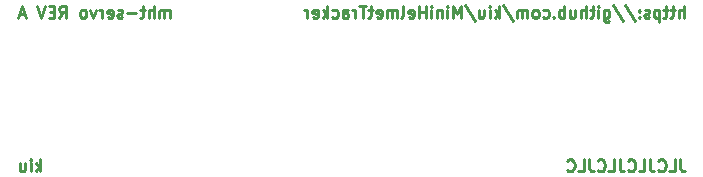
<source format=gbo>
G04 #@! TF.GenerationSoftware,KiCad,Pcbnew,(6.0.0)*
G04 #@! TF.CreationDate,2022-06-26T22:52:38+02:00*
G04 #@! TF.ProjectId,mht-servo,6d68742d-7365-4727-966f-2e6b69636164,rev?*
G04 #@! TF.SameCoordinates,Original*
G04 #@! TF.FileFunction,Legend,Bot*
G04 #@! TF.FilePolarity,Positive*
%FSLAX46Y46*%
G04 Gerber Fmt 4.6, Leading zero omitted, Abs format (unit mm)*
G04 Created by KiCad (PCBNEW (6.0.0)) date 2022-06-26 22:52:38*
%MOMM*%
%LPD*%
G01*
G04 APERTURE LIST*
%ADD10C,0.250000*%
%ADD11C,3.200000*%
%ADD12R,1.700000X1.700000*%
%ADD13O,1.700000X1.700000*%
G04 APERTURE END LIST*
D10*
X185599404Y-68952380D02*
X185599404Y-67952380D01*
X185170833Y-68952380D02*
X185170833Y-68428571D01*
X185218452Y-68333333D01*
X185313690Y-68285714D01*
X185456547Y-68285714D01*
X185551785Y-68333333D01*
X185599404Y-68380952D01*
X184837500Y-68285714D02*
X184456547Y-68285714D01*
X184694642Y-67952380D02*
X184694642Y-68809523D01*
X184647023Y-68904761D01*
X184551785Y-68952380D01*
X184456547Y-68952380D01*
X184266071Y-68285714D02*
X183885119Y-68285714D01*
X184123214Y-67952380D02*
X184123214Y-68809523D01*
X184075595Y-68904761D01*
X183980357Y-68952380D01*
X183885119Y-68952380D01*
X183551785Y-68285714D02*
X183551785Y-69285714D01*
X183551785Y-68333333D02*
X183456547Y-68285714D01*
X183266071Y-68285714D01*
X183170833Y-68333333D01*
X183123214Y-68380952D01*
X183075595Y-68476190D01*
X183075595Y-68761904D01*
X183123214Y-68857142D01*
X183170833Y-68904761D01*
X183266071Y-68952380D01*
X183456547Y-68952380D01*
X183551785Y-68904761D01*
X182694642Y-68904761D02*
X182599404Y-68952380D01*
X182408928Y-68952380D01*
X182313690Y-68904761D01*
X182266071Y-68809523D01*
X182266071Y-68761904D01*
X182313690Y-68666666D01*
X182408928Y-68619047D01*
X182551785Y-68619047D01*
X182647023Y-68571428D01*
X182694642Y-68476190D01*
X182694642Y-68428571D01*
X182647023Y-68333333D01*
X182551785Y-68285714D01*
X182408928Y-68285714D01*
X182313690Y-68333333D01*
X181837500Y-68857142D02*
X181789880Y-68904761D01*
X181837500Y-68952380D01*
X181885119Y-68904761D01*
X181837500Y-68857142D01*
X181837500Y-68952380D01*
X181837500Y-68333333D02*
X181789880Y-68380952D01*
X181837500Y-68428571D01*
X181885119Y-68380952D01*
X181837500Y-68333333D01*
X181837500Y-68428571D01*
X180647023Y-67904761D02*
X181504166Y-69190476D01*
X179599404Y-67904761D02*
X180456547Y-69190476D01*
X178837500Y-68285714D02*
X178837500Y-69095238D01*
X178885119Y-69190476D01*
X178932738Y-69238095D01*
X179027976Y-69285714D01*
X179170833Y-69285714D01*
X179266071Y-69238095D01*
X178837500Y-68904761D02*
X178932738Y-68952380D01*
X179123214Y-68952380D01*
X179218452Y-68904761D01*
X179266071Y-68857142D01*
X179313690Y-68761904D01*
X179313690Y-68476190D01*
X179266071Y-68380952D01*
X179218452Y-68333333D01*
X179123214Y-68285714D01*
X178932738Y-68285714D01*
X178837500Y-68333333D01*
X178361309Y-68952380D02*
X178361309Y-68285714D01*
X178361309Y-67952380D02*
X178408928Y-68000000D01*
X178361309Y-68047619D01*
X178313690Y-68000000D01*
X178361309Y-67952380D01*
X178361309Y-68047619D01*
X178027976Y-68285714D02*
X177647023Y-68285714D01*
X177885119Y-67952380D02*
X177885119Y-68809523D01*
X177837500Y-68904761D01*
X177742261Y-68952380D01*
X177647023Y-68952380D01*
X177313690Y-68952380D02*
X177313690Y-67952380D01*
X176885119Y-68952380D02*
X176885119Y-68428571D01*
X176932738Y-68333333D01*
X177027976Y-68285714D01*
X177170833Y-68285714D01*
X177266071Y-68333333D01*
X177313690Y-68380952D01*
X175980357Y-68285714D02*
X175980357Y-68952380D01*
X176408928Y-68285714D02*
X176408928Y-68809523D01*
X176361309Y-68904761D01*
X176266071Y-68952380D01*
X176123214Y-68952380D01*
X176027976Y-68904761D01*
X175980357Y-68857142D01*
X175504166Y-68952380D02*
X175504166Y-67952380D01*
X175504166Y-68333333D02*
X175408928Y-68285714D01*
X175218452Y-68285714D01*
X175123214Y-68333333D01*
X175075595Y-68380952D01*
X175027976Y-68476190D01*
X175027976Y-68761904D01*
X175075595Y-68857142D01*
X175123214Y-68904761D01*
X175218452Y-68952380D01*
X175408928Y-68952380D01*
X175504166Y-68904761D01*
X174599404Y-68857142D02*
X174551785Y-68904761D01*
X174599404Y-68952380D01*
X174647023Y-68904761D01*
X174599404Y-68857142D01*
X174599404Y-68952380D01*
X173694642Y-68904761D02*
X173789880Y-68952380D01*
X173980357Y-68952380D01*
X174075595Y-68904761D01*
X174123214Y-68857142D01*
X174170833Y-68761904D01*
X174170833Y-68476190D01*
X174123214Y-68380952D01*
X174075595Y-68333333D01*
X173980357Y-68285714D01*
X173789880Y-68285714D01*
X173694642Y-68333333D01*
X173123214Y-68952380D02*
X173218452Y-68904761D01*
X173266071Y-68857142D01*
X173313690Y-68761904D01*
X173313690Y-68476190D01*
X173266071Y-68380952D01*
X173218452Y-68333333D01*
X173123214Y-68285714D01*
X172980357Y-68285714D01*
X172885119Y-68333333D01*
X172837500Y-68380952D01*
X172789880Y-68476190D01*
X172789880Y-68761904D01*
X172837500Y-68857142D01*
X172885119Y-68904761D01*
X172980357Y-68952380D01*
X173123214Y-68952380D01*
X172361309Y-68952380D02*
X172361309Y-68285714D01*
X172361309Y-68380952D02*
X172313690Y-68333333D01*
X172218452Y-68285714D01*
X172075595Y-68285714D01*
X171980357Y-68333333D01*
X171932738Y-68428571D01*
X171932738Y-68952380D01*
X171932738Y-68428571D02*
X171885119Y-68333333D01*
X171789880Y-68285714D01*
X171647023Y-68285714D01*
X171551785Y-68333333D01*
X171504166Y-68428571D01*
X171504166Y-68952380D01*
X170313690Y-67904761D02*
X171170833Y-69190476D01*
X169980357Y-68952380D02*
X169980357Y-67952380D01*
X169885119Y-68571428D02*
X169599404Y-68952380D01*
X169599404Y-68285714D02*
X169980357Y-68666666D01*
X169170833Y-68952380D02*
X169170833Y-68285714D01*
X169170833Y-67952380D02*
X169218452Y-68000000D01*
X169170833Y-68047619D01*
X169123214Y-68000000D01*
X169170833Y-67952380D01*
X169170833Y-68047619D01*
X168266071Y-68285714D02*
X168266071Y-68952380D01*
X168694642Y-68285714D02*
X168694642Y-68809523D01*
X168647023Y-68904761D01*
X168551785Y-68952380D01*
X168408928Y-68952380D01*
X168313690Y-68904761D01*
X168266071Y-68857142D01*
X167075595Y-67904761D02*
X167932738Y-69190476D01*
X166742261Y-68952380D02*
X166742261Y-67952380D01*
X166408928Y-68666666D01*
X166075595Y-67952380D01*
X166075595Y-68952380D01*
X165599404Y-68952380D02*
X165599404Y-68285714D01*
X165599404Y-67952380D02*
X165647023Y-68000000D01*
X165599404Y-68047619D01*
X165551785Y-68000000D01*
X165599404Y-67952380D01*
X165599404Y-68047619D01*
X165123214Y-68285714D02*
X165123214Y-68952380D01*
X165123214Y-68380952D02*
X165075595Y-68333333D01*
X164980357Y-68285714D01*
X164837500Y-68285714D01*
X164742261Y-68333333D01*
X164694642Y-68428571D01*
X164694642Y-68952380D01*
X164218452Y-68952380D02*
X164218452Y-68285714D01*
X164218452Y-67952380D02*
X164266071Y-68000000D01*
X164218452Y-68047619D01*
X164170833Y-68000000D01*
X164218452Y-67952380D01*
X164218452Y-68047619D01*
X163742261Y-68952380D02*
X163742261Y-67952380D01*
X163742261Y-68428571D02*
X163170833Y-68428571D01*
X163170833Y-68952380D02*
X163170833Y-67952380D01*
X162313690Y-68904761D02*
X162408928Y-68952380D01*
X162599404Y-68952380D01*
X162694642Y-68904761D01*
X162742261Y-68809523D01*
X162742261Y-68428571D01*
X162694642Y-68333333D01*
X162599404Y-68285714D01*
X162408928Y-68285714D01*
X162313690Y-68333333D01*
X162266071Y-68428571D01*
X162266071Y-68523809D01*
X162742261Y-68619047D01*
X161694642Y-68952380D02*
X161789880Y-68904761D01*
X161837500Y-68809523D01*
X161837500Y-67952380D01*
X161313690Y-68952380D02*
X161313690Y-68285714D01*
X161313690Y-68380952D02*
X161266071Y-68333333D01*
X161170833Y-68285714D01*
X161027976Y-68285714D01*
X160932738Y-68333333D01*
X160885119Y-68428571D01*
X160885119Y-68952380D01*
X160885119Y-68428571D02*
X160837500Y-68333333D01*
X160742261Y-68285714D01*
X160599404Y-68285714D01*
X160504166Y-68333333D01*
X160456547Y-68428571D01*
X160456547Y-68952380D01*
X159599404Y-68904761D02*
X159694642Y-68952380D01*
X159885119Y-68952380D01*
X159980357Y-68904761D01*
X160027976Y-68809523D01*
X160027976Y-68428571D01*
X159980357Y-68333333D01*
X159885119Y-68285714D01*
X159694642Y-68285714D01*
X159599404Y-68333333D01*
X159551785Y-68428571D01*
X159551785Y-68523809D01*
X160027976Y-68619047D01*
X159266071Y-68285714D02*
X158885119Y-68285714D01*
X159123214Y-67952380D02*
X159123214Y-68809523D01*
X159075595Y-68904761D01*
X158980357Y-68952380D01*
X158885119Y-68952380D01*
X158694642Y-67952380D02*
X158123214Y-67952380D01*
X158408928Y-68952380D02*
X158408928Y-67952380D01*
X157789880Y-68952380D02*
X157789880Y-68285714D01*
X157789880Y-68476190D02*
X157742261Y-68380952D01*
X157694642Y-68333333D01*
X157599404Y-68285714D01*
X157504166Y-68285714D01*
X156742261Y-68952380D02*
X156742261Y-68428571D01*
X156789880Y-68333333D01*
X156885119Y-68285714D01*
X157075595Y-68285714D01*
X157170833Y-68333333D01*
X156742261Y-68904761D02*
X156837500Y-68952380D01*
X157075595Y-68952380D01*
X157170833Y-68904761D01*
X157218452Y-68809523D01*
X157218452Y-68714285D01*
X157170833Y-68619047D01*
X157075595Y-68571428D01*
X156837500Y-68571428D01*
X156742261Y-68523809D01*
X155837500Y-68904761D02*
X155932738Y-68952380D01*
X156123214Y-68952380D01*
X156218452Y-68904761D01*
X156266071Y-68857142D01*
X156313690Y-68761904D01*
X156313690Y-68476190D01*
X156266071Y-68380952D01*
X156218452Y-68333333D01*
X156123214Y-68285714D01*
X155932738Y-68285714D01*
X155837500Y-68333333D01*
X155408928Y-68952380D02*
X155408928Y-67952380D01*
X155313690Y-68571428D02*
X155027976Y-68952380D01*
X155027976Y-68285714D02*
X155408928Y-68666666D01*
X154218452Y-68904761D02*
X154313690Y-68952380D01*
X154504166Y-68952380D01*
X154599404Y-68904761D01*
X154647023Y-68809523D01*
X154647023Y-68428571D01*
X154599404Y-68333333D01*
X154504166Y-68285714D01*
X154313690Y-68285714D01*
X154218452Y-68333333D01*
X154170833Y-68428571D01*
X154170833Y-68523809D01*
X154647023Y-68619047D01*
X153742261Y-68952380D02*
X153742261Y-68285714D01*
X153742261Y-68476190D02*
X153694642Y-68380952D01*
X153647023Y-68333333D01*
X153551785Y-68285714D01*
X153456547Y-68285714D01*
X142067261Y-68952380D02*
X142067261Y-68285714D01*
X142067261Y-68380952D02*
X142019642Y-68333333D01*
X141924404Y-68285714D01*
X141781547Y-68285714D01*
X141686309Y-68333333D01*
X141638690Y-68428571D01*
X141638690Y-68952380D01*
X141638690Y-68428571D02*
X141591071Y-68333333D01*
X141495833Y-68285714D01*
X141352976Y-68285714D01*
X141257738Y-68333333D01*
X141210119Y-68428571D01*
X141210119Y-68952380D01*
X140733928Y-68952380D02*
X140733928Y-67952380D01*
X140305357Y-68952380D02*
X140305357Y-68428571D01*
X140352976Y-68333333D01*
X140448214Y-68285714D01*
X140591071Y-68285714D01*
X140686309Y-68333333D01*
X140733928Y-68380952D01*
X139972023Y-68285714D02*
X139591071Y-68285714D01*
X139829166Y-67952380D02*
X139829166Y-68809523D01*
X139781547Y-68904761D01*
X139686309Y-68952380D01*
X139591071Y-68952380D01*
X139257738Y-68571428D02*
X138495833Y-68571428D01*
X138067261Y-68904761D02*
X137972023Y-68952380D01*
X137781547Y-68952380D01*
X137686309Y-68904761D01*
X137638690Y-68809523D01*
X137638690Y-68761904D01*
X137686309Y-68666666D01*
X137781547Y-68619047D01*
X137924404Y-68619047D01*
X138019642Y-68571428D01*
X138067261Y-68476190D01*
X138067261Y-68428571D01*
X138019642Y-68333333D01*
X137924404Y-68285714D01*
X137781547Y-68285714D01*
X137686309Y-68333333D01*
X136829166Y-68904761D02*
X136924404Y-68952380D01*
X137114880Y-68952380D01*
X137210119Y-68904761D01*
X137257738Y-68809523D01*
X137257738Y-68428571D01*
X137210119Y-68333333D01*
X137114880Y-68285714D01*
X136924404Y-68285714D01*
X136829166Y-68333333D01*
X136781547Y-68428571D01*
X136781547Y-68523809D01*
X137257738Y-68619047D01*
X136352976Y-68952380D02*
X136352976Y-68285714D01*
X136352976Y-68476190D02*
X136305357Y-68380952D01*
X136257738Y-68333333D01*
X136162500Y-68285714D01*
X136067261Y-68285714D01*
X135829166Y-68285714D02*
X135591071Y-68952380D01*
X135352976Y-68285714D01*
X134829166Y-68952380D02*
X134924404Y-68904761D01*
X134972023Y-68857142D01*
X135019642Y-68761904D01*
X135019642Y-68476190D01*
X134972023Y-68380952D01*
X134924404Y-68333333D01*
X134829166Y-68285714D01*
X134686309Y-68285714D01*
X134591071Y-68333333D01*
X134543452Y-68380952D01*
X134495833Y-68476190D01*
X134495833Y-68761904D01*
X134543452Y-68857142D01*
X134591071Y-68904761D01*
X134686309Y-68952380D01*
X134829166Y-68952380D01*
X132733928Y-68952380D02*
X133067261Y-68476190D01*
X133305357Y-68952380D02*
X133305357Y-67952380D01*
X132924404Y-67952380D01*
X132829166Y-68000000D01*
X132781547Y-68047619D01*
X132733928Y-68142857D01*
X132733928Y-68285714D01*
X132781547Y-68380952D01*
X132829166Y-68428571D01*
X132924404Y-68476190D01*
X133305357Y-68476190D01*
X132305357Y-68428571D02*
X131972023Y-68428571D01*
X131829166Y-68952380D02*
X132305357Y-68952380D01*
X132305357Y-67952380D01*
X131829166Y-67952380D01*
X131543452Y-67952380D02*
X131210119Y-68952380D01*
X130876785Y-67952380D01*
X129829166Y-68666666D02*
X129352976Y-68666666D01*
X129924404Y-68952380D02*
X129591071Y-67952380D01*
X129257738Y-68952380D01*
X185313690Y-80952380D02*
X185313690Y-81666666D01*
X185361309Y-81809523D01*
X185456547Y-81904761D01*
X185599404Y-81952380D01*
X185694642Y-81952380D01*
X184361309Y-81952380D02*
X184837500Y-81952380D01*
X184837500Y-80952380D01*
X183456547Y-81857142D02*
X183504166Y-81904761D01*
X183647023Y-81952380D01*
X183742261Y-81952380D01*
X183885119Y-81904761D01*
X183980357Y-81809523D01*
X184027976Y-81714285D01*
X184075595Y-81523809D01*
X184075595Y-81380952D01*
X184027976Y-81190476D01*
X183980357Y-81095238D01*
X183885119Y-81000000D01*
X183742261Y-80952380D01*
X183647023Y-80952380D01*
X183504166Y-81000000D01*
X183456547Y-81047619D01*
X182742261Y-80952380D02*
X182742261Y-81666666D01*
X182789880Y-81809523D01*
X182885119Y-81904761D01*
X183027976Y-81952380D01*
X183123214Y-81952380D01*
X181789880Y-81952380D02*
X182266071Y-81952380D01*
X182266071Y-80952380D01*
X180885119Y-81857142D02*
X180932738Y-81904761D01*
X181075595Y-81952380D01*
X181170833Y-81952380D01*
X181313690Y-81904761D01*
X181408928Y-81809523D01*
X181456547Y-81714285D01*
X181504166Y-81523809D01*
X181504166Y-81380952D01*
X181456547Y-81190476D01*
X181408928Y-81095238D01*
X181313690Y-81000000D01*
X181170833Y-80952380D01*
X181075595Y-80952380D01*
X180932738Y-81000000D01*
X180885119Y-81047619D01*
X180170833Y-80952380D02*
X180170833Y-81666666D01*
X180218452Y-81809523D01*
X180313690Y-81904761D01*
X180456547Y-81952380D01*
X180551785Y-81952380D01*
X179218452Y-81952380D02*
X179694642Y-81952380D01*
X179694642Y-80952380D01*
X178313690Y-81857142D02*
X178361309Y-81904761D01*
X178504166Y-81952380D01*
X178599404Y-81952380D01*
X178742261Y-81904761D01*
X178837500Y-81809523D01*
X178885119Y-81714285D01*
X178932738Y-81523809D01*
X178932738Y-81380952D01*
X178885119Y-81190476D01*
X178837500Y-81095238D01*
X178742261Y-81000000D01*
X178599404Y-80952380D01*
X178504166Y-80952380D01*
X178361309Y-81000000D01*
X178313690Y-81047619D01*
X177599404Y-80952380D02*
X177599404Y-81666666D01*
X177647023Y-81809523D01*
X177742261Y-81904761D01*
X177885119Y-81952380D01*
X177980357Y-81952380D01*
X176647023Y-81952380D02*
X177123214Y-81952380D01*
X177123214Y-80952380D01*
X175742261Y-81857142D02*
X175789880Y-81904761D01*
X175932738Y-81952380D01*
X176027976Y-81952380D01*
X176170833Y-81904761D01*
X176266071Y-81809523D01*
X176313690Y-81714285D01*
X176361309Y-81523809D01*
X176361309Y-81380952D01*
X176313690Y-81190476D01*
X176266071Y-81095238D01*
X176170833Y-81000000D01*
X176027976Y-80952380D01*
X175932738Y-80952380D01*
X175789880Y-81000000D01*
X175742261Y-81047619D01*
X131114880Y-81952380D02*
X131114880Y-80952380D01*
X131019642Y-81571428D02*
X130733928Y-81952380D01*
X130733928Y-81285714D02*
X131114880Y-81666666D01*
X130305357Y-81952380D02*
X130305357Y-81285714D01*
X130305357Y-80952380D02*
X130352976Y-81000000D01*
X130305357Y-81047619D01*
X130257738Y-81000000D01*
X130305357Y-80952380D01*
X130305357Y-81047619D01*
X129400595Y-81285714D02*
X129400595Y-81952380D01*
X129829166Y-81285714D02*
X129829166Y-81809523D01*
X129781547Y-81904761D01*
X129686309Y-81952380D01*
X129543452Y-81952380D01*
X129448214Y-81904761D01*
X129400595Y-81857142D01*
%LPC*%
D11*
X132500000Y-75000000D03*
D12*
X143350000Y-72475000D03*
D13*
X143350000Y-75015000D03*
X143350000Y-77555000D03*
D12*
X148000000Y-72475000D03*
D13*
X148000000Y-75015000D03*
X148000000Y-77555000D03*
D11*
X182500000Y-75000000D03*
D12*
X168000000Y-71200000D03*
D13*
X168000000Y-73740000D03*
X168000000Y-76280000D03*
X168000000Y-78820000D03*
M02*

</source>
